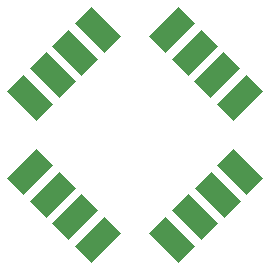
<source format=gbr>
%TF.GenerationSoftware,KiCad,Pcbnew,(6.0.4-0)*%
%TF.CreationDate,2022-06-21T16:11:54+02:00*%
%TF.ProjectId,GlowTower_LED_connector_PCB,476c6f77-546f-4776-9572-5f4c45445f63,rev?*%
%TF.SameCoordinates,Original*%
%TF.FileFunction,Soldermask,Bot*%
%TF.FilePolarity,Negative*%
%FSLAX46Y46*%
G04 Gerber Fmt 4.6, Leading zero omitted, Abs format (unit mm)*
G04 Created by KiCad (PCBNEW (6.0.4-0)) date 2022-06-21 16:11:54*
%MOMM*%
%LPD*%
G01*
G04 APERTURE LIST*
G04 Aperture macros list*
%AMRotRect*
0 Rectangle, with rotation*
0 The origin of the aperture is its center*
0 $1 length*
0 $2 width*
0 $3 Rotation angle, in degrees counterclockwise*
0 Add horizontal line*
21,1,$1,$2,0,0,$3*%
G04 Aperture macros list end*
%ADD10RotRect,2.000000X3.500000X135.000000*%
%ADD11RotRect,2.000000X3.500000X45.000000*%
%ADD12RotRect,2.000000X3.500000X315.000000*%
%ADD13RotRect,2.000000X3.500000X225.000000*%
G04 APERTURE END LIST*
D10*
%TO.C,U2*%
X92727765Y-75324871D03*
X94636436Y-77233542D03*
X96545105Y-79142211D03*
X98453775Y-81050880D03*
%TD*%
D11*
%TO.C,U3*%
X92732662Y-69017339D03*
X94641331Y-67108669D03*
X96550000Y-65200000D03*
X98458671Y-63291329D03*
%TD*%
D12*
%TO.C,U1*%
X110476010Y-69026009D03*
X108567339Y-67117338D03*
X106658670Y-65208669D03*
X104750000Y-63300000D03*
%TD*%
D13*
%TO.C,U4*%
X110490880Y-75326225D03*
X108582211Y-77234895D03*
X106673542Y-79143564D03*
X104764871Y-81052235D03*
%TD*%
M02*

</source>
